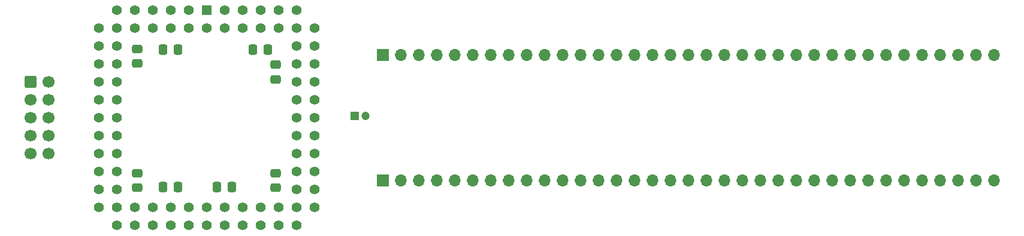
<source format=gbs>
G04 #@! TF.GenerationSoftware,KiCad,Pcbnew,7.0.5-0*
G04 #@! TF.CreationDate,2023-07-03T21:24:06+02:00*
G04 #@! TF.ProjectId,atf1508_plcc84_breakout,61746631-3530-4385-9f70-6c636338345f,A*
G04 #@! TF.SameCoordinates,Original*
G04 #@! TF.FileFunction,Soldermask,Bot*
G04 #@! TF.FilePolarity,Negative*
%FSLAX46Y46*%
G04 Gerber Fmt 4.6, Leading zero omitted, Abs format (unit mm)*
G04 Created by KiCad (PCBNEW 7.0.5-0) date 2023-07-03 21:24:06*
%MOMM*%
%LPD*%
G01*
G04 APERTURE LIST*
G04 Aperture macros list*
%AMRoundRect*
0 Rectangle with rounded corners*
0 $1 Rounding radius*
0 $2 $3 $4 $5 $6 $7 $8 $9 X,Y pos of 4 corners*
0 Add a 4 corners polygon primitive as box body*
4,1,4,$2,$3,$4,$5,$6,$7,$8,$9,$2,$3,0*
0 Add four circle primitives for the rounded corners*
1,1,$1+$1,$2,$3*
1,1,$1+$1,$4,$5*
1,1,$1+$1,$6,$7*
1,1,$1+$1,$8,$9*
0 Add four rect primitives between the rounded corners*
20,1,$1+$1,$2,$3,$4,$5,0*
20,1,$1+$1,$4,$5,$6,$7,0*
20,1,$1+$1,$6,$7,$8,$9,0*
20,1,$1+$1,$8,$9,$2,$3,0*%
G04 Aperture macros list end*
%ADD10R,1.200000X1.200000*%
%ADD11C,1.200000*%
%ADD12C,1.422400*%
%ADD13R,1.422400X1.422400*%
%ADD14RoundRect,0.250000X-0.600000X-0.600000X0.600000X-0.600000X0.600000X0.600000X-0.600000X0.600000X0*%
%ADD15C,1.700000*%
%ADD16RoundRect,0.250000X0.337500X0.475000X-0.337500X0.475000X-0.337500X-0.475000X0.337500X-0.475000X0*%
%ADD17RoundRect,0.250000X-0.475000X0.337500X-0.475000X-0.337500X0.475000X-0.337500X0.475000X0.337500X0*%
%ADD18RoundRect,0.250000X-0.337500X-0.475000X0.337500X-0.475000X0.337500X0.475000X-0.337500X0.475000X0*%
%ADD19R,1.700000X1.700000*%
%ADD20O,1.700000X1.700000*%
%ADD21RoundRect,0.250000X0.475000X-0.337500X0.475000X0.337500X-0.475000X0.337500X-0.475000X-0.337500X0*%
G04 APERTURE END LIST*
D10*
X125603000Y-61976000D03*
D11*
X127103000Y-61976000D03*
D12*
X107188000Y-49530000D03*
X107188000Y-46990000D03*
X109728000Y-49530000D03*
X109728000Y-46990000D03*
X112268000Y-49530000D03*
X112268000Y-46990000D03*
X114808000Y-49530000D03*
X114808000Y-46990000D03*
X117348000Y-49530000D03*
X117348000Y-46990000D03*
X119888000Y-49530000D03*
X117348000Y-52070000D03*
X119888000Y-52070000D03*
X117348000Y-54610000D03*
X119888000Y-54610000D03*
X117348000Y-57150000D03*
X119888000Y-57150000D03*
X117348000Y-59690000D03*
X119888000Y-59690000D03*
X117348000Y-62230000D03*
X119888000Y-62230000D03*
X117348000Y-64770000D03*
X119888000Y-64770000D03*
X117348000Y-67310000D03*
X119888000Y-67310000D03*
X117348000Y-69850000D03*
X119888000Y-69850000D03*
X117348000Y-72390000D03*
X119888000Y-72390000D03*
X117348000Y-74930000D03*
X119888000Y-74930000D03*
X117348000Y-77470000D03*
X114808000Y-74930000D03*
X114808000Y-77470000D03*
X112268000Y-74930000D03*
X112268000Y-77470000D03*
X109728000Y-74930000D03*
X109728000Y-77470000D03*
X107188000Y-74930000D03*
X107188000Y-77470000D03*
X104648000Y-74930000D03*
X104648000Y-77470000D03*
X102108000Y-74930000D03*
X102108000Y-77470000D03*
X99568000Y-74930000D03*
X99568000Y-77470000D03*
X97028000Y-74930000D03*
X97028000Y-77470000D03*
X94488000Y-74930000D03*
X94488000Y-77470000D03*
X91948000Y-74930000D03*
X91948000Y-77470000D03*
X89408000Y-74930000D03*
X91948000Y-72390000D03*
X89408000Y-72390000D03*
X91948000Y-69850000D03*
X89408000Y-69850000D03*
X91948000Y-67310000D03*
X89408000Y-67310000D03*
X91948000Y-64770000D03*
X89408000Y-64770000D03*
X91948000Y-62230000D03*
X89408000Y-62230000D03*
X91948000Y-59690000D03*
X89408000Y-59690000D03*
X91948000Y-57150000D03*
X89408000Y-57150000D03*
X91948000Y-54610000D03*
X89408000Y-54610000D03*
X91948000Y-52070000D03*
X89408000Y-52070000D03*
X91948000Y-49530000D03*
X89408000Y-49530000D03*
X91948000Y-46990000D03*
X94488000Y-49530000D03*
X94488000Y-46990000D03*
X97028000Y-49530000D03*
X97028000Y-46990000D03*
X99568000Y-49530000D03*
X99568000Y-46990000D03*
X102108000Y-49530000D03*
X102108000Y-46990000D03*
X104648000Y-49530000D03*
D13*
X104648000Y-46990000D03*
D14*
X79756000Y-57150000D03*
D15*
X82296000Y-57150000D03*
X79756000Y-59690000D03*
X82296000Y-59690000D03*
X79756000Y-62230000D03*
X82296000Y-62230000D03*
X79756000Y-64770000D03*
X82296000Y-64770000D03*
X79756000Y-67310000D03*
X82296000Y-67310000D03*
D16*
X113305500Y-52578000D03*
X111230500Y-52578000D03*
D17*
X94869000Y-52451000D03*
X94869000Y-54526000D03*
D18*
X98530500Y-72009000D03*
X100605500Y-72009000D03*
D17*
X94869000Y-70082500D03*
X94869000Y-72157500D03*
D19*
X129535000Y-71120000D03*
D20*
X132075000Y-71120000D03*
X134615000Y-71120000D03*
X137155000Y-71120000D03*
X139695000Y-71120000D03*
X142235000Y-71120000D03*
X144775000Y-71120000D03*
X147315000Y-71120000D03*
X149855000Y-71120000D03*
X152395000Y-71120000D03*
X154935000Y-71120000D03*
X157475000Y-71120000D03*
X160015000Y-71120000D03*
X162555000Y-71120000D03*
X165095000Y-71120000D03*
X167635000Y-71120000D03*
X170175000Y-71120000D03*
X172715000Y-71120000D03*
X175255000Y-71120000D03*
X177795000Y-71120000D03*
X180335000Y-71120000D03*
X182875000Y-71120000D03*
X185415000Y-71120000D03*
X187955000Y-71120000D03*
X190495000Y-71120000D03*
X193035000Y-71120000D03*
X195575000Y-71120000D03*
X198115000Y-71120000D03*
X200655000Y-71120000D03*
X203195000Y-71120000D03*
X205735000Y-71120000D03*
X208275000Y-71120000D03*
X210815000Y-71120000D03*
X213355000Y-71120000D03*
X215895000Y-71120000D03*
D18*
X106150500Y-72009000D03*
X108225500Y-72009000D03*
D21*
X114427000Y-72157500D03*
X114427000Y-70082500D03*
D19*
X129540000Y-53340000D03*
D20*
X132080000Y-53340000D03*
X134620000Y-53340000D03*
X137160000Y-53340000D03*
X139700000Y-53340000D03*
X142240000Y-53340000D03*
X144780000Y-53340000D03*
X147320000Y-53340000D03*
X149860000Y-53340000D03*
X152400000Y-53340000D03*
X154940000Y-53340000D03*
X157480000Y-53340000D03*
X160020000Y-53340000D03*
X162560000Y-53340000D03*
X165100000Y-53340000D03*
X167640000Y-53340000D03*
X170180000Y-53340000D03*
X172720000Y-53340000D03*
X175260000Y-53340000D03*
X177800000Y-53340000D03*
X180340000Y-53340000D03*
X182880000Y-53340000D03*
X185420000Y-53340000D03*
X187960000Y-53340000D03*
X190500000Y-53340000D03*
X193040000Y-53340000D03*
X195580000Y-53340000D03*
X198120000Y-53340000D03*
X200660000Y-53340000D03*
X203200000Y-53340000D03*
X205740000Y-53340000D03*
X208280000Y-53340000D03*
X210820000Y-53340000D03*
X213360000Y-53340000D03*
X215900000Y-53340000D03*
D21*
X114427000Y-56790500D03*
X114427000Y-54715500D03*
D16*
X100605500Y-52578000D03*
X98530500Y-52578000D03*
M02*

</source>
